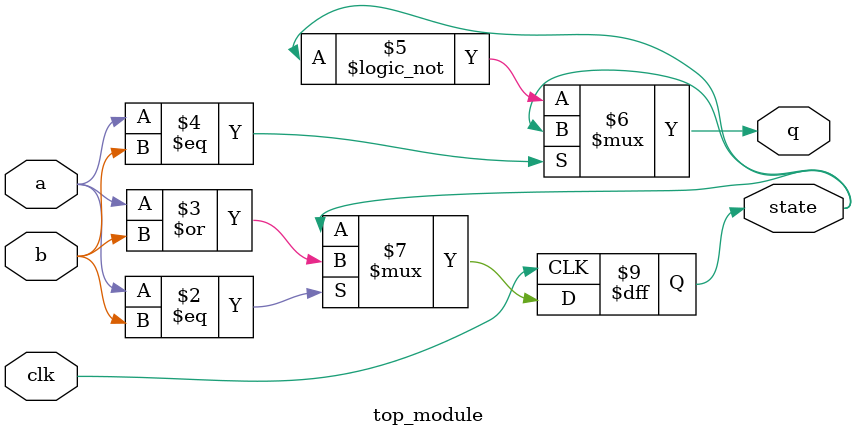
<source format=v>
module top_module (
    input clk,
    input a,
    input b,
    output q,
    output state  );

    always@(posedge clk) 
        if(a == b)
            state <= a | b;
    assign q = (a == b) ? state : !state;
endmodule

</source>
